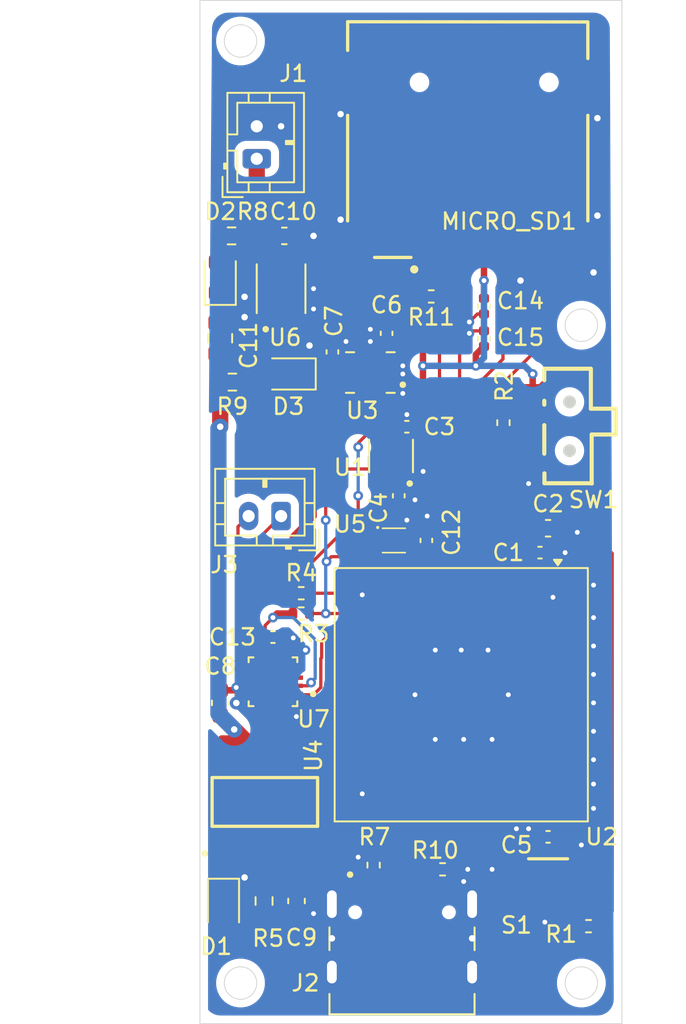
<source format=kicad_pcb>
(kicad_pcb (version 20241229) (generator "pcbnew") (generator_version "9.0")
  (layers (0 "F.Cu" signal) (2 "B.Cu" power) (13 "F.Paste" user) (15 "B.Paste" user) (5 "F.SilkS" user "F.Silkscreen") (7 "B.SilkS" user "B.Silkscreen") (1 "F.Mask" user) (3 "B.Mask" user) (25 "Edge.Cuts" user))
  (net 0 "")
  (net 1 "GND")
  (net 2 "+3.3V")
  (net 3 "/EN")
  (net 4 "Net-(J1-Pin_1)")
  (net 5 "Net-(D1-A)")
  (net 6 "Net-(D2-A)")
  (net 7 "Net-(D3-A)")
  (net 8 "/USB 5V")
  (net 9 "/D+")
  (net 10 "/D-")
  (net 13 "Net-(J2-CC1)")
  (net 14 "Net-(J2-CC2)")
  (net 15 "Net-(J3-Pin_2)")
  (net 16 "Net-(J3-Pin_1)")
  (net 17 "/MOSI")
  (net 20 "/SCK")
  (net 21 "/CD")
  (net 22 "/BOOT")
  (net 23 "Net-(SW1-B)")
  (net 27 "/IO14")
  (net 31 "/IO12")
  (net 43 "/IO13")
  (net 57 "/IO16")
  (net 58 "/IO15")
  (net 61 "/MISO")
  (footprint "Capacitor_SMD:C_0402_1005Metric" (layer "F.Cu") (at 153.75 65 180)
    (property "Reference" "C3")
    (property "Value" "100nF")
  )
  (footprint "Capacitor_SMD:C_0603_1608Metric" (layer "F.Cu") (at 162.45 71.25 180)
    (property "Reference" "C2")
    (property "Value" "10uF")
  )
  (footprint "Capacitor_SMD:C_0603_1608Metric" (layer "F.Cu") (at 142.25 82 90)
    (property "Reference" "C8")
    (property "Value" "10uF")
  )
  (footprint "Resistor_SMD:R_0402_1005Metric" (layer "F.Cu") (at 164.94 95.75)
    (property "Reference" "R1")
    (property "Value" "10k")
  )
  (footprint "2FOOTPRINTS:SHT4X" (layer "F.Cu") (at 152.95 72)
    (property "Reference" "U5")
    (property "Value" "SHT40-AD1B-R3")
  )
  (footprint "Capacitor_SMD:C_0603_1608Metric" (layer "F.Cu") (at 146.95 94.2 -90)
    (property "Reference" "C9")
    (property "Value" "10uF")
  )
  (footprint "LED_SMD:LED_0805_2012Metric" (layer "F.Cu") (at 142.45 94.5125 -90)
    (property "Reference" "D1")
    (property "Value" "LED")
  )
  (footprint "2FOOTPRINTS:XDCR_BMP280" (layer "F.Cu") (at 152.775 66.8 -90)
    (property "Reference" "U1")
    (property "Value" "BMP280")
  )
  (footprint "Resistor_SMD:R_0603_1608Metric" (layer "F.Cu") (at 142.95 53.25 180)
    (property "Reference" "R8")
    (property "Value" "220")
  )
  (footprint "RF_Module:ESP32-S2-MINI-1U" (layer "F.Cu") (at 157.1 81.5 -90)
    (property "Reference" "U2")
    (property "Value" "ESP32-S3-MINI-1U-N8")
  )
  (footprint "2FOOTPRINTS:XDCR_LSM6DSO32TR" (layer "F.Cu") (at 151.5 61.6625 180)
    (property "Reference" "U3")
    (property "Value" "LSM6DSO32TR")
  )
  (footprint "Capacitor_SMD:C_0402_1005Metric" (layer "F.Cu") (at 162.45 90.25)
    (property "Reference" "C5")
    (property "Value" "100nF")
  )
  (footprint "TYPE-C_16PIN_2MD__073_:SHOUHAN_TYPE-C_16PIN_2MD__073_" (layer "F.Cu") (at 153.45 97.5)
    (property "Reference" "J2")
    (property "Value" "C393939")
  )
  (footprint "Resistor_SMD:R_0402_1005Metric" (layer "F.Cu") (at 147.24 76.5)
    (property "Reference" "R3")
    (property "Value" "4k7")
  )
  (footprint "Capacitor_SMD:C_0402_1005Metric" (layer "F.Cu") (at 149.1625 60.3925 90)
    (property "Reference" "C7")
    (property "Value" "100nF")
  )
  (footprint "Capacitor_SMD:C_0402_1005Metric" (layer "F.Cu") (at 158.5 57.5762 90)
    (property "Reference" "C14")
    (property "Value" "100nF")
  )
  (footprint "Resistor_SMD:R_0402_1005Metric" (layer "F.Cu") (at 155.95 92.25)
    (property "Reference" "R10")
    (property "Value" "5k1")
  )
  (footprint "2FOOTPRINTS:TF-01A" (layer "F.Cu") (at 157.5 47.3262 180)
    (property "Reference" "MICRO_SD1")
    (property "Value" "C91145")
  )
  (footprint "Capacitor_SMD:C_0402_1005Metric" (layer "F.Cu") (at 158.5 59.5762 -90)
    (property "Reference" "C15")
    (property "Value" "1uF")
  )
  (footprint "2FOOTPRINTS:SW-SMD_SSSS810701" (layer "F.Cu") (at 161.770784 65.022284 90)
    (property "Reference" "SW1")
    (property "Value" "SSSS810701")
    (fp_poly (pts (xy -1.053422 1.94779) (xy -1.080448 1.846927) (xy -1.132659 1.756495) (xy -1.206495 1.682659) (xy -1.296927 1.630448) (xy -1.39779 1.603422) (xy -1.50221 1.603422) (xy -1.603073 1.630448) (xy -1.693505 1.682659) (xy -1.767341 1.756495) (xy -1.819552 1.846927) (xy -1.846578 1.94779) (xy -1.846578 2.05221) (xy -1.819552 2.153073) (xy -1.767341 2.243505) (xy -1.693505 2.317341) (xy -1.603073 2.369552) (xy -1.50221 2.396578) (xy -1.39779 2.396578) (xy -1.296927 2.369552) (xy -1.206495 2.317341) (xy -1.132659 2.243505) (xy -1.080448 2.153073) (xy -1.053422 2.05221)) (fill yes) (layer "Edge.Cuts"))
    (fp_poly (pts (xy 1.949078 1.95079) (xy 1.922052 1.849927) (xy 1.869841 1.759495) (xy 1.796005 1.685659) (xy 1.705573 1.633448) (xy 1.60471 1.606422) (xy 1.50029 1.606422) (xy 1.399427 1.633448) (xy 1.308995 1.685659) (xy 1.235159 1.759495) (xy 1.182948 1.849927) (xy 1.155922 1.95079) (xy 1.155922 2.05521) (xy 1.182948 2.156073) (xy 1.235159 2.246505) (xy 1.308995 2.320341) (xy 1.399427 2.372552) (xy 1.50029 2.399578) (xy 1.60471 2.399578) (xy 1.705573 2.372552) (xy 1.796005 2.320341) (xy 1.869841 2.246505) (xy 1.922052 2.156073) (xy 1.949078 2.05521)) (fill yes) (layer "Edge.Cuts"))
  )
  (footprint "2FOOTPRINTS:QFN50P300X300X80-17N" (layer "F.Cu") (at 145.5 80.7 180)
    (property "Reference" "U7")
    (property "Value" "MAX98357AETE_T")
  )
  (footprint "Resistor_SMD:R_0603_1608Metric" (layer "F.Cu") (at 143 62.25)
    (property "Reference" "R9")
    (property "Value" "220")
  )
  (footprint "2FOOTPRINTS:SOT230P700X180-4N" (layer "F.Cu") (at 145 88.1 90)
    (property "Reference" "U4")
    (property "Value" "LD1117S33TR")
  )
  (footprint "Resistor_SMD:R_0402_1005Metric" (layer "F.Cu") (at 159.7 64.75 -90)
    (property "Reference" "R2")
    (property "Value" "10k")
  )
  (footprint "Capacitor_SMD:C_0402_1005Metric" (layer "F.Cu") (at 145.5 77.95)
    (property "Reference" "C13")
    (property "Value" "100nF")
  )
  (footprint "Connector_JST:JST_PH_B2B-PH-K_1x02_P2.00mm_Vertical" (layer "F.Cu") (at 144.5 48.5 90)
    (property "Reference" "J1")
    (property "Value" "B2B-PH-K-S(LF)(SN)")
  )
  (footprint "Resistor_SMD:R_0402_1005Metric" (layer "F.Cu") (at 151.7 91.99 -90)
    (property "Reference" "R7")
    (property "Value" "5k1")
  )
  (footprint "Capacitor_SMD:C_0402_1005Metric" (layer "F.Cu") (at 153.25 69.25 -90)
    (property "Reference" "C4")
    (property "Value" "100nF")
  )
  (footprint "Resistor_SMD:R_0402_1005Metric" (layer "F.Cu") (at 155.25 56.9762)
    (property "Reference" "R11")
    (property "Value" "10k")
  )
  (footprint "LED_SMD:LED_0805_2012Metric" (layer "F.Cu") (at 146.45 61.75 180)
    (property "Reference" "D3")
    (property "Value" "LED")
  )
  (footprint "Resistor_SMD:R_0402_1005Metric" (layer "F.Cu") (at 147.24 75.25)
    (property "Reference" "R4")
    (property "Value" "4k7")
  )
  (footprint "Capacitor_SMD:C_0603_1608Metric" (layer "F.Cu") (at 146.2 53.25 180)
    (property "Reference" "C10")
    (property "Value" "10uF")
  )
  (footprint "Capacitor_SMD:C_0402_1005Metric" (layer "F.Cu") (at 154.95 72 90)
    (property "Reference" "C12")
    (property "Value" "100nF")
  )
  (footprint "Connector_JST:JST_PH_B2B-PH-K_1x02_P2.00mm_Vertical" (layer "F.Cu") (at 146 70.5 180)
    (property "Reference" "J3")
    (property "Value" "B2B-PH-K-S(LF)(SN)")
  )
  (footprint "Capacitor_SMD:C_0402_1005Metric" (layer "F.Cu") (at 152.5 59.25 90)
    (property "Reference" "C6")
    (property "Value" "100nF")
  )
  (footprint "Resistor_SMD:R_0603_1608Metric" (layer "F.Cu") (at 144.95 94.2 -90)
    (property "Reference" "R5")
    (property "Value" "330")
  )
  (footprint "Capacitor_SMD:C_0805_2012Metric" (layer "F.Cu") (at 142.25 59.55 -90)
    (property "Reference" "C11")
    (property "Value" "22uF")
  )
  (footprint "Capacitor_SMD:C_0402_1005Metric" (layer "F.Cu") (at 161.95 72.75 180)
    (property "Reference" "C1")
    (property "Value" "100nF")
  )
  (footprint "2FOOTPRINTS:SW_KMR221GLFS" (layer "F.Cu") (at 162.45 93 180)
    (property "Reference" "S1")
    (property "Value" "KMR221GLFS")
  )
  (footprint "LED_SMD:LED_0805_2012Metric" (layer "F.Cu") (at 142.25 55.8125 90)
    (property "Reference" "D2")
    (property "Value" "LED")
  )
  (footprint "2FOOTPRINTS:SON95P300X300X100-7N" (layer "F.Cu") (at 146 56.5 90)
    (property "Reference" "U6")
    (property "Value" "LD39200PU33R")
  )
  (gr_circle (center 143.5 41.25) (end 143.5 40.25) (stroke (width 0.05)) (fill no) (layer "Edge.Cuts"))
  (gr_circle (center 143.5 99.25) (end 143.5 98.25) (stroke (width 0.05)) (fill no) (layer "Edge.Cuts"))
  (gr_circle (center 164.5 58.75) (end 164.5 57.75) (stroke (width 0.05)) (fill no) (layer "Edge.Cuts"))
  (gr_circle (center 164.5 99.25) (end 164.5 98.25) (stroke (width 0.05)) (fill no) (layer "Edge.Cuts"))
  (gr_rect (start 141 38.75) (end 167 101.75) (stroke (width 0.05)) (fill no) (layer "Edge.Cuts"))
  (segment (start 160.5 89.75) (end 161.25 89.75) (width 0.25) (layer "F.Cu") (net 1))
  (segment (start 143.4 58.6) (end 143.75 58.25) (width 0.4) (layer "F.Cu") (net 1))
  (segment (start 162.45 95.3) (end 162.25 95.5) (width 0.25) (layer "F.Cu") (net 1))
  (segment (start 145.75 80.95) (end 145.5 80.7) (width 0.2) (layer "F.Cu") (net 1))
  (segment (start 151.73 58.77) (end 151.5 59) (width 0.2) (layer "F.Cu") (net 1))
  (segment (start 153.5 61.75) (end 153.5 61.825) (width 0.2) (layer "F.Cu") (net 1))
  (segment (start 149.1625 59.9125) (end 149.8375 59.9125) (width 0.2) (layer "F.Cu") (net 1))
  (segment (start 157.7538 59.0962) (end 157.6 59.25) (width 0.2) (layer "F.Cu") (net 1))
  (segment (start 159.05 92.2) (end 159 92.25) (width 0.2) (layer "F.Cu") (net 1))
  (segment (start 153.5 61.825) (end 153.4125 61.9125) (width 0.2) (layer "F.Cu") (net 1))
  (segment (start 149.6638 44.0262) (end 149.6638 45.75) (width 1) (layer "F.Cu") (net 1))
  (segment (start 162.2 72.98) (end 162.43 72.75) (width 0.2) (layer "F.Cu") (net 1))
  (segment (start 151 60.75) (end 151 60) (width 0.2) (layer "F.Cu") (net 1))
  (segment (start 147.8375 59.9125) (end 147.75 60) (width 0.2) (layer "F.Cu") (net 1))
  (segment (start 165.4886 44.0262) (end 165.4886 46) (width 1) (layer "F.Cu") (net 1))
  (segment (start 159 84.25) (end 158.75 84) (width 0.4) (layer "F.Cu") (net 1))
  (segment (start 157.25 93) (end 157.25 92.5) (width 0.2) (layer "F.Cu") (net 1))
  (segment (start 143.5 56.75) (end 143.75 57) (width 0.4) (layer "F.Cu") (net 1))
  (segment (start 160.7702 54.5) (end 160.7702 55.9798) (width 0.2) (layer "F.Cu") (net 1))
  (segment (start 161.35 88.5) (end 161.35 89.65) (width 0.2) (layer "F.Cu") (net 1))
  (segment (start 164.0702 54.5) (end 164.25 54.5) (width 0.4) (layer "F.Cu") (net 1))
  (segment (start 160.5 88.5) (end 160.5 89.75) (width 0.25) (layer "F.Cu") (net 1))
  (segment (start 155.45 78.8) (end 155.5 78.75) (width 0.4) (layer "F.Cu") (net 1))
  (segment (start 151.7 91.48) (end 150.77 91.48) (width 0.2) (layer "F.Cu") (net 1))
  (segment (start 156.65 93.83) (end 156.65 93.6) (width 0.2) (layer "F.Cu") (net 1))
  (segment (start 153.65 71.6) (end 153.65 70.85) (width 0.2) (layer "F.Cu") (net 1))
  (segment (start 158.75 83.15) (end 155.45 83.15) (width 0.4) (layer "F.Cu") (net 1))
  (segment (start 146.03 78) (end 145.98 77.95) (width 0.2) (layer "F.Cu") (net 1))
  (segment (start 145.75 82.135) (end 145.75 82.596842) (width 0.2) (layer "F.Cu") (net 1))
  (segment (start 146.95 94.975) (end 148 94.975) (width 0.4) (layer "F.Cu") (net 1))
  (segment (start 150.1 74.5) (end 150.149998 74.5) (width 0.2) (layer "F.Cu") (net 1))
  (segment (start 158.5 58.0562) (end 158.093065 58.0562) (width 0.2) (layer "F.Cu") (net 1))
  (segment (start 162.43 72.75) (end 163.5 72.75) (width 0.2) (layer "F.Cu") (net 1))
  (segment (start 154.95 70.55) (end 155 70.5) (width 0.2) (layer "F.Cu") (net 1))
  (segment (start 149.6638 52.25) (end 149.6638 52.9512) (width 1) (layer "F.Cu") (net 1))
  (segment (start 155.45 79.85) (end 155.45 78.8) (width 0.4) (layer "F.Cu") (net 1))
  (segment (start 161.35 88.5) (end 161.35 88.3) (width 0.2) (layer "F.Cu") (net 1))
  (segment (start 158.093065 58.0562) (end 157.6 58.549265) (width 0.2) (layer "F.Cu") (net 1))
  (segment (start 154.75 70.25) (end 154.25 70.25) (width 0.2) (layer "F.Cu") (net 1))
  (segment (start 161.35 89.65) (end 161.25 89.75) (width 0.2) (layer "F.Cu") (net 1))
  (segment (start 154.25 70.25) (end 153.75 70.75) (width 0.2) (layer "F.Cu") (net 1))
  (segment (start 165.4886 46) (end 165.4886 52) (width 1) (layer "F.Cu") (net 1))
  (segment (start 157.25 93) (end 157.25 93.875) (width 0.2) (layer "F.Cu") (net 1))
  (segment (start 146.935 79.315) (end 147.5 78.75) (width 0.2) (layer "F.Cu") (net 1))
  (segment (start 164.1 74.5) (end 163.05 74.5) (width 0.2) (layer "F.Cu") (net 1))
  (segment (start 163.225 71.25) (end 163.225 72.475) (width 0.2) (layer "F.Cu") (net 1))
  (segment (start 149.8375 59.9125) (end 150 59.75) (width 0.2) (layer "F.Cu") (net 1))
  (segment (start 153.4125 61.9125) (end 152.6625 61.9125) (width 0.2) (layer "F.Cu") (net 1))
  (segment (start 153.25 69.73) (end 154.02 69.73) (width 0.2) (layer "F.Cu") (net 1))
  (segment (start 142.25 81.225) (end 143.061432 81.225) (width 0.4) (layer "F.Cu") (net 1))
  (segment (start 144.5 46.5) (end 146 46.5) (width 1) (layer "F.Cu") (net 1))
  (segment (start 155.45 83.15) (end 155.45 79.85) (width 0.4) (layer "F.Cu") (net 1))
  (segment (start 146.75 46.5) (end 148.9138 46.5) (width 1) (layer "F.Cu") (net 1))
  (segment (start 162.2 75.3) (end 162.2 74.5) (width 0.2) (layer "F.Cu") (net 1))
  (segment (start 161.75 90.25) (end 161.25 89.75) (width 0.25) (layer "F.Cu") (net 1))
  (segment (start 158.75 81.5) (end 160 81.5) (width 0.4) (layer "F.Cu") (net 1))
  (segment (start 153.1 65.17) (end 153.27 65) (width 0.2) (layer "F.Cu") (net 1))
  (segment (start 160.35 92.25) (end 160.4 92.2) (width 0.2) (layer "F.Cu") (net 1))
  (segment (start 144.065 80.95) (end 143.336432 80.95) (width 0.2) (layer "F.Cu") (net 1))
  (segment (start 143.236433 82.005891) (end 143.240268 82.009726) (width 0.2) (layer "F.Cu") (net 1))
  (segment (start 163.225 72.475) (end 163.5 72.75) (width 0.2) (layer "F.Cu") (net 1))
  (segment (start 154.95 71.52) (end 154.95 70.55) (width 0.2) (layer "F.Cu") (net 1))
  (segment (start 153.3375 61.4125) (end 153.5 61.25) (width 0.2) (layer "F.Cu") (net 1))
  (segment (start 164.5 92.2) (end 164.5 90.75) (width 0.25) (layer "F.Cu") (net 1))
  (segment (start 164.7148 54.5) (end 165.4886 53.7262) (width 0.4) (layer "F.Cu") (net 1))
  (segment (start 155 70.5) (end 154.75 70.25) (width 0.2) (layer "F.Cu") (net 1))
  (segment (start 155.45 81.5) (end 154.25 81.5) (width 0.4) (layer "F.Cu") (net 1))
  (segment (start 146.935 79.95) (end 146.935 80.45) (width 0.2) (layer "F.Cu") (net 1))
  (segment (start 147.3875 60.3625) (end 147.75 60) (width 0.4) (layer "F.Cu") (net 1))
  (segment (start 156.46 93.64) (end 156.65 93.83) (width 0.2) (layer "F.Cu") (net 1))
  (segment (start 153.1 66) (end 153.1 65.17) (width 0.2) (layer "F.Cu") (net 1))
  (segment (start 151.5 59) (end 151.5 59.75) (width 0.2) (layer "F.Cu") (net 1))
  (segment (start 151.5 60.75) (end 151.5 59.75) (width 0.2) (layer "F.Cu") (net 1))
  (segment (start 149.13 94.395) (end 149.13 96.5) (width 1) (layer "F.Cu") (net 1))
  (segment (start 150.77 91.48) (end 150.75 91.5) (width 0.2) (layer "F.Cu") (net 1))
  (segment (start 151 60.25) (end 151.5 59.75) (width 0.2) (layer "F.Cu") (net 1))
  (segment (start 150.149998 74.5) (end 151 75.350002) (width 0.2) (layer "F.Cu") (net 1))
  (segment (start 149.6638 45.75) (end 149.6638 52.25) (width 1) (layer "F.Cu") (net 1))
  (segment (start 152.6625 61.4125) (end 153.3375 61.4125) (width 0.2) (layer "F.Cu") (net 1))
  (segment (start 163.05 75.2) (end 162.75 75.5) (width 0.2) (layer "F.Cu") (net 1))
  (segment (start 146 56.5) (end 148 56.5) (width 0.2) (layer "F.Cu") (net 1))
  (segment (start 155.45 84.2) (end 155.5 84.25) (width 0.4) (layer "F.Cu") (net 1))
  (segment (start 150.1 88.499998) (end 151 87.599998) (width 0.2) (layer "F.Cu") (net 1))
  (segment (start 148 53.25) (end 148.6638 53.25) (width 1) (layer "F.Cu") (net 1))
  (segment (start 146.009158 82.856) (end 146.92967 82.856) (width 0.2) (layer "F.Cu") (net 1))
  (segment (start 162.45 94.425) (end 162.45 95.3) (width 0.25) (layer "F.Cu") (net 1))
  (segment (start 158.75 79.85) (end 158.75 83.15) (width 0.4) (layer "F.Cu") (net 1))
  (segment (start 148.6638 53.25) (end 149.6638 52.25) (width 1) (layer "F.Cu") (net 1))
  (segment (start 153.5 62.95) (end 153.5 62.75) (width 0.2) (layer "F.Cu") (net 1))
  (segment (start 156.65 93.83) (end 157.205 93.83) (width 0.2) (layer "F.Cu") (net 1))
  (segment (start 145.75 82.596842) (end 146.009158 82.856) (width 0.2) (layer "F.Cu") (net 1))
  (segment (start 162.4 75.5) (end 162.2 75.3) (width 0.2) (layer "F.Cu") (net 1))
  (segment (start 142.925 93.575) (end 142.45 93.575) (width 0.4) (layer "F.Cu") (net 1))
  (segment (start 146.935 79.95) (end 146.935 79.315) (width 0.2) (layer "F.Cu") (net 1))
  (segment (start 151 60.75) (end 151 60.25) (width 0.2) (layer "F.Cu") (net 1))
  (segment (start 164.25 54.5) (end 165.25 55.5) (width 0.4) (layer "F.Cu") (net 1))
  (segment (start 157.25 93.875) (end 157.77 94.395) (width 0.2) (layer "F.Cu") (net 1))
  (segment (start 155.45 79.85) (end 158.75 79.85) (width 0.4) (layer "F.Cu") (net 1))
  (segment (start 157.25 92.5) (end 157.5 92.25) (width 0.2) (layer "F.Cu") (net 1))
  (segment (start 145.25 80.95) (end 144.065 80.95) (width 0.2) (layer "F.Cu") (net 1))
  (segment (start 149.13 96.5) (end 149.13 98.575) (width 1) (layer "F.Cu") (net 1))
  (segment (start 162.2 74.5) (end 163.05 74.5) (width 0.2) (layer "F.Cu") (net 1))
  (segment (start 150.1 88.5) (end 150.1 88.499998) (width 0.2) (layer "F.Cu") (net 1))
  (segment (start 143.236433 81.049999) (end 143.236433 82.005891) (width 0.2) (layer "F.Cu") (net 1))
  (segment (start 157.205 93.83) (end 157.77 94.395) (width 0.2) (layer "F.Cu") (net 1))
  (segment (start 149.695 93.83) (end 149.13 94.395) (width 0.4) (layer "F.Cu") (net 1))
  (segment (start 143.75 92.75) (end 142.7 91.7) (width 0.4) (layer "F.Cu") (net 1))
  (segment (start 158.5 59.0962) (end 157.7538 59.0962) (width 0.2) (layer "F.Cu") (net 1))
  (segment (start 149.1625 59.9125) (end 147.8375 59.9125) (width 0.2) (layer "F.Cu") (net 1))
  (segment (start 160.7702 55.9798) (end 160.75 56) (width 0.2) (layer "F.Cu") (net 1))
  (segment (start 161.97 90.25) (end 161.75 90.25) (width 0.25) (layer "F.Cu") (net 1))
  (segment (start 164.0702 54.5) (end 164.7148 54.5) (width 0.4) (layer "F.Cu") (net 1))
  (segment (start 163.225 71.25) (end 164 71.25) (width 0.2) (layer "F.Cu") (net 1))
  (segment (start 157.1 83.15) (end 157.1 84.1) (width 0.4) (layer "F.Cu") (net 1))
  (segment (start 161.770784 67.272284) (end 161.770784 67.979216) (width 0.2) (layer "F.Cu") (net 1))
  (segment (start 164 71.25) (end 164.25 71.5) (width 0.2) (layer "F.Cu") (net 1))
  (segment (start 148.55 94.975) (end 149.13 94.395) (width 0.4) (layer "F.Cu") (net 1))
  (segment (start 142.7 91.7) (end 142.7 91) (width 0.4) (layer "F.Cu") (net 1))
  (segment (start 154.95 71.52) (end 153.73 71.52) (width 0.2) (layer "F.Cu") (net 1))
  (segment (start 161.770784 67.979216) (end 161.25 68.5) (width 0.2) (layer "F.Cu") (net 1))
  (segment (start 142.25 58.6) (end 143.4 58.6) (width 0.4) (layer "F.Cu") (net 1))
  (segment (start 146.7 77.95) (end 147.5 78.75) (width 0.2) (layer "F.Cu") (net 1))
  (segment (start 158.75 84) (end 158.75 83.15) (width 0.4) (layer "F.Cu") (net 1))
  (segment (start 165.4886 52) (end 165.4886 53.7262) (width 1) (layer "F.Cu") (net 1))
  (segment (start 147.815 57.935) (end 148 57.75) (width 0.2) (layer "F.Cu") (net 1))
  (segment (start 146 46.5) (end 146.75 46.5) (width 1) (layer "F.Cu") (net 1))
  (segment (start 150 59.75) (end 150.75 59.75) (width 0.2) (layer "F.Cu") (net 1))
  (segment (start 150.25 93.83) (end 149.695 93.83) (width 0.4) (layer "F.Cu") (net 1))
  (segment (start 145.75 80.45) (end 146.935 80.45) (width 0.2) (layer "F.Cu") (net 1))
  (segment (start 154.6 67.6) (end 154.75 67.75) (width 0.2) (layer "F.Cu") (net 1))
  (segment (start 162.75 75.5) (end 162.4 75.5) (width 0.2) (layer "F.Cu") (net 1))
  (segment (start 157.1 84.1) (end 157.25 84.25) (width 0.4) (layer "F.Cu") (net 1))
  (segment (start 146.95 57.935) (end 147.815 57.935) (width 0.2) (layer "F.Cu") (net 1))
  (segment (start 143.75 58.25) (end 143.75 57) (width 0.4) (layer "F.Cu") (net 1))
  (segment (start 148 94.975) (end 148.55 94.975) (width 0.4) (layer "F.Cu") (net 1))
  (segment (start 145.5 80.7) (end 145.75 80.45) (width 0.2) (layer "F.Cu") (net 1))
  (segment (start 142.25 56.75) (end 143.5 56.75) (width 0.4) (layer "F.Cu") (net 1))
  (segment (start 149.6638 52.9512) (end 150.4388 53.7262) (width 1) (layer "F.Cu") (net 1))
  (segment (start 157.77 94.395) (end 157.77 96.5) (width 1) (layer "F.Cu") (net 1))
  (segment (start 153.75 64.25) (end 153.27 64.73) (width 0.2) (layer "F.Cu") (net 1))
  (segment (start 162.2 74.5) (end 162.2 72.98) (width 0.2) (layer "F.Cu") (net 1))
  (segment (start 157.1 79.85) (end 157.1 83.15) (width 0.4) (layer "F.Cu") (net 1))
  (segment (start 151 60) (end 150.75 59.75) (width 0.2) (layer "F.Cu") (net 1))
  (segment (start 145.75 82.135) (end 145.75 80.95) (width 0.2) (layer "F.Cu") (net 1))
  (segment (start 163.05 74.5) (end 163.05 75.2) (width 0.2) (layer "F.Cu") (net 1))
  (segment (start 153.75 67.6) (end 154.6 67.6) (width 0.2) (layer "F.Cu") (net 1))
  (segment (start 152.5 58.77) (end 151.73 58.77) (width 0.2) (layer "F.Cu") (net 1))
  (segment (start 153.27 64.73) (end 153.27 65) (width 0.2) (layer "F.Cu") (net 1))
  (segment (start 157.77 96.5) (end 157.77 98.575) (width 1) (layer "F.Cu") (net 1))
  (segment (start 153.5 62.75) (end 153.1625 62.4125) (width 0.2) (layer "F.Cu") (net 1))
  (segment (start 143.75 92.75) (end 142.925 93.575) (width 0.4) (layer "F.Cu") (net 1))
  (segment (start 147.3875 61.75) (end 147.3875 60.3625) (width 0.4) (layer "F.Cu") (net 1))
  (segment (start 155.45 81.5) (end 158.75 81.5) (width 0.4) (layer "F.Cu") (net 1))
  (segment (start 160.4 92.2) (end 159.05 92.2) (width 0.2) (layer "F.Cu") (net 1))
  (segment (start 143.336432 80.95) (end 143.236433 81.049999) (width 0.2) (layer "F.Cu") (net 1))
  (segment (start 154.02 69.73) (end 154.25 69.5) (width 0.2) (layer "F.Cu") (net 1))
  (segment (start 153.1625 62.4125) (end 152.6625 62.4125) (width 0.2) (layer "F.Cu") (net 1))
  (segment (start 143.061432 81.225) (end 143.236433 81.049999) (width 0.4) (layer "F.Cu") (net 1))
  (segment (start 156.46 92.25) (end 157.5 92.25) (width 0.2) (layer "F.Cu") (net 1))
  (segment (start 155.45 83.15) (end 155.45 84.2) (width 0.4) (layer "F.Cu") (net 1))
  (segment (start 151.5 59.75) (end 150.75 59.75) (width 0.2) (layer "F.Cu") (net 1))
  (segment (start 145.98 77.95) (end 146.7 77.95) (width 0.2) (layer "F.Cu") (net 1))
  (segment (start 146.975 53.25) (end 148 53.25) (width 1) (layer "F.Cu") (net 1))
  (segment (start 156.65 93.6) (end 157.25 93) (width 0.2) (layer "F.Cu") (net 1))
  (segment (start 153.65 70.85) (end 153.75 70.75) (width 0.2) (layer "F.Cu") (net 1))
  (segment (start 145.5 80.7) (end 145.25 80.95) (width 0.2) (layer "F.Cu") (net 1))
  (segment (start 146.92967 82.856) (end 146.942835 82.842835) (width 0.2) (layer "F.Cu") (net 1))
  (segment (start 158.75 79.85) (end 158.75 78.75) (width 0.4) (layer "F.Cu") (net 1))
  (segment (start 148.9138 46.5) (end 149.6638 45.75) (width 1) (layer "F.Cu") (net 1))
  (segment (start 153.73 71.52) (end 153.65 71.6) (width 0.2) (layer "F.Cu") (net 1))
  (segment (start 157.1 78.75) (end 157.1 79.85) (width 0.4) (layer "F.Cu") (net 1))
  (segment (start 153.5 62.95) (end 153.5 61.25) (width 0.2) (layer "F.Cu") (net 1))
  (segment (start 157.6 59.25) (end 157.6 58.549265) (width 0.2) (layer "F.Cu") (net 1))
  (via (at 161.25 68.5) (size 0.6) (drill 0.3) (layers "F.Cu" "B.Cu") (net 1))
  (via (at 143.75 58.25) (size 0.8) (drill 0.4) (layers "F.Cu" "B.Cu") (net 1))
  (via (at 143.236433 81.049999) (size 0.6) (drill 0.3) (layers "F.Cu" "B.Cu") (net 1))
  (via (at 165.25 76.75) (size 0.6) (drill 0.3) (layers "F.Cu" "B.Cu") (net 1))
  (via (at 159 92.25) (size 0.6) (drill 0.3) (layers "F.Cu" "B.Cu") (net 1))
  (via (at 148 94.975) (size 0.6) (drill 0.3) (layers "F.Cu" "B.Cu") (net 1))
  (via (at 153.5 61.25) (size 0.6) (drill 0.3) (layers "F.Cu" "B.Cu") (net 1))
  (via (at 160.75 56) (size 0.8) (drill 0.4) (layers "F.Cu" "B.Cu") (net 1))
  (via (at 150.75 91.5) (size 0.6) (drill 0.3) (layers "F.Cu" "B.Cu") (net 1))
  (via (at 165.4886 52) (size 0.8) (drill 0.4) (layers "F.Cu" "B.Cu") (net 1))
  (via (at 160 81.5) (size 0.6) (drill 0.3) (layers "F.Cu" "B.Cu") (net 1))
  (via (at 143.75 57) (size 0.8) (drill 0.4) (layers "F.Cu" "B.Cu") (net 1))
  (via (at 155 70.5) (size 0.6) (drill 0.3) (layers "F.Cu" "B.Cu") (net 1))
  (via (at 150 59.75) (size 0.6) (drill 0.3) (layers "F.Cu" "B.Cu") (net 1))
  (via (at 149.13 96.5) (size 0.8) (drill 0.4) (layers "F.Cu" "B.Cu") (net 1))
  (via (at 151 75.350002) (size 0.6) (drill 0.3) (layers "F.Cu" "B.Cu") (net 1))
  (via (at 154.25 69.5) (size 0.6) (drill 0.3) (layers "F.Cu" "B.Cu") (net 1))
  (via (at 158.75 78.75) (size 0.6) (drill 0.3) (layers "F.Cu" "B.Cu") (net 1))
  (via (at 146.942835 82.842835) (size 0.6) (drill 0.3) (layers "F.Cu" "B.Cu") (net 1))
  (via (at 148 53.25) (size 0.8) (drill 0.4) (layers "F.Cu" "B.Cu") (net 1))
  (via (at 157.5 92.25) (size 0.6) (drill 0.3) (layers "F.Cu" "B.Cu") (net 1))
  (via (at 148 57.75) (size 0.6) (drill 0.3) (layers "F.Cu" "B.Cu") (net 1))
  (via (at 143.75 92.75) (size 0.8) (drill 0.4) (layers "F.Cu" "B.Cu") (net 1))
  (via (at 164.25 71.5) (size 0.6) (drill 0.3) (layers "F.Cu" "B.Cu") (net 1))
  (via (at 165.25 55.5) (size 0.8) (drill 0.4) (layers "F.Cu" "B.Cu") (net 1))
  (via (at 155.5 84.25) (size 0.6) (drill 0.3) (layers "F.Cu" "B.Cu") (net 1))
  (via (at 165.25 78.5) (size 0.6) (drill 0.3) (layers "F.Cu" "B.Cu") (net 1))
  (via (at 157.6 58.549265) (size 0.6) (drill 0.3) (layers "F.Cu" "B.Cu") (net 1))
  (via (at 153.75 70.75) (size 0.6) (drill 0.3) (layers "F.Cu" "B.Cu") (net 1))
  (via (at 165.25 80.25) (size 0.6) (drill 0.3) (layers "F.Cu" "B.Cu") (net 1))
  (via (at 165.25 82) (size 0.6) (drill 0.3) (layers "F.Cu" "B.Cu") (net 1))
  (via (at 154.25 81.5) (size 0.6) (drill 0.3) (layers "F.Cu" "B.Cu") (net 1))
  (via (at 149.6638 45.75) (size 0.8) (drill 0.4) (layers "F.Cu" "B.Cu") (net 1))
  (via (at 153.75 64.25) (size 0.6) (drill 0.3) (layers "F.Cu" "B.Cu") (net 1))
  (via (at 157.25 84.25) (size 0.6) (drill 0.3) (layers "F.Cu" "B.Cu") (net 1))
  (via (at 147.5 78.75) (size 0.6) (drill 0.3) (layers "F.Cu" "B.Cu") (net 1))
  (via (at 165.25 87) (size 0.6) (drill 0.3) (layers "F.Cu" "B.Cu") (net 1))
  (via (at 148 56.5) (size 0.6) (drill 0.3) (layers "F.Cu" "B.Cu") (net 1))
  (via (at 157.25 93) (size 0.6) (drill 0.3) (layers "F.Cu" "B.Cu") (net 1))
  (via (at 157.6 59.25) (size 0.6) (drill 0.3) (layers "F.Cu" "B.Cu") (net 1))
  (via (at 165.25 74.75) (size 0.6) (drill 0.3) (layers "F.Cu" "B.Cu") (net 1))
  (via (at 157.1 78.75) (size 0.6) (drill 0.3) (layers "F.Cu" "B.Cu") (net 1))
  (via (at 165.25 85.5) (size 0.6) (drill 0.3) (layers "F.Cu" "B.Cu") (net 1))
  (via (at 157.77 96.5) (size 0.8) (drill 0.4) (layers "F.Cu" "B.Cu") (net 1))
  (via (at 161.25 89.75) (size 0.6) (drill 0.3) (layers "F.Cu" "B.Cu") (net 1))
  (via (at 159 84.25) (size 0.6) (drill 0.3) (layers "F.Cu" "B.Cu") (net 1))
  (via (at 151 87.599998) (size 0.6) (drill 0.3) (layers "F.Cu" "B.Cu") (net 1))
  (via (at 154.75 67.75) (size 0.6) (drill 0.3) (layers "F.Cu" "B.Cu") (net 1))
  (via (at 147.75 60) (size 0.8) (drill 0.4) (layers "F.Cu" "B.Cu") (net 1))
  (via (at 164.5 90.75) (size 0.6) (drill 0.3) (layers "F.Cu" "B.Cu") (net 1))
  (via (at 153.5 62.95) (size 0.6) (drill 0.3) (layers "F.Cu" "B.Cu") (net 1))
  (via (at 162.25 95.5) (size 0.6) (drill 0.3) (layers "F.Cu" "B.Cu") (net 1))
  (via (at 165.4886 46) (size 0.8) (drill 0.4) (layers "F.Cu" "B.Cu") (net 1))
  (via (at 163.5 72.75) (size 0.6) (drill 0.3) (layers "F.Cu" "B.Cu") (net 1))
  (via (at 165.25 88.5) (size 0.6) (drill 0.3) (layers "F.Cu" "B.Cu") (net 1))
  (via (at 160.5 89.75) (size 0.6) (drill 0.3) (layers "F.Cu" "B.Cu") (net 1))
  (via (at 143.240268 82.009726) (size 0.8) (drill 0.4) (layers "F.Cu" "B.Cu") (net 1))
  (via (at 151.5 59) (size 0.6) (drill 0.3) (layers "F.Cu" "B.Cu") (net 1))
  (via (at 146.75 78) (size 0.6) (drill 0.3) (layers "F.Cu" "B.Cu") (net 1))
  (via (at 165.25 83.75) (size 0.6) (drill 0.3) (layers "F.Cu" "B.Cu") (net 1))
  (via (at 162.75 75.5) (size 0.6) (drill 0.3) (layers "F.Cu" "B.Cu") (net 1))
  (via (at 146 46.5) (size 0.8) (drill 0.4) (layers "F.Cu" "B.Cu") (net 1))
  (via (at 149.6638 52.25) (size 0.8) (drill 0.4) (layers "F.Cu" "B.Cu") (net 1))
  (via (at 151.5 59.75) (size 0.6) (drill 0.3) (layers "F.Cu" "B.Cu") (net 1))
  (via (at 153.5 61.75) (size 0.6) (drill 0.3) (layers "F.Cu" "B.Cu") (net 1))
  (via (at 155.5 78.75) (size 0.6) (drill 0.3) (layers "F.Cu" "B.Cu") (net 1))
  (segment (start 146.73 76.5) (end 145.75 76.5) (width 0.4) (layer "F.Cu") (net 2))
  (segment (start 154.23 65) (end 154.73 64.5) (width 0.4) (layer "F.Cu") (net 2))
  (segment (start 161.5 62.5015) (end 161.770784 62.772284) (width 0.4) (layer "F.Cu") (net 2))
  (segment (start 151 62.575) (end 151 62.8145) (width 0.2) (layer "F.Cu") (net 2))
  (segment (start 154 56.9762) (end 154.74 56.9762) (width 0.8) (layer "F.Cu") (net 2))
  (segment (start 149.2025 60.9125) (end 149.1625 60.8725) (width 0.2) (layer "F.Cu") (net 2))
  (segment (start 146.73 75.25) (end 146.73 71.77) (width 0.4) (layer "F.Cu") (net 2))
  (segment (start 145.05 57.935) (end 146 57.935) (width 0.8) (layer "F.Cu") (net 2))
  (segment (start 163.599943 70) (end 161.5 70) (width 0.2) (layer "F.Cu") (net 2))
  (segment (start 149.749 62.8885) (end 149.55525 62.69475) (width 0.2) (layer "F.Cu") (net 2))
  (segment (start 152 60.75) (end 152 60.23) (width 0.2) (layer "F.Cu") (net 2))
  (segment (start 165.424971 71.825029) (end 166.399 72.799058) (width 0.2) (layer "F.Cu") (net 2))
  (segment (start 142.175 60.575) (end 142.25 60.5) (width 0.8) (layer "F.Cu") (net 2))
  (segment (start 145.25 79.265) (end 145.25 78.18) (width 0.2) (layer "F.Cu") (net 2))
  (segment (start 153.75 66) (end 154.23 65.52) (width 0.4) (layer "F.Cu") (net 2))
  (segment (start 150.3375 60.9125) (end 149.2025 60.9125) (width 0.2) (layer "F.Cu") (net 2))
  (segment (start 153.1 67.6) (end 153.1 68.62) (width 0.2) (layer "F.Cu") (net 2))
  (segment (start 158.5 54.5702) (end 158.5702 54.5) (width 0.4) (layer "F.Cu") (net 2))
  (segment (start 166.399 94.801) (end 165.45 95.75) (width 0.2) (layer "F.Cu") (net 2))
  (segment (start 154.87 72.4) (end 154.95 72.48) (width 0.2) (layer "F.Cu") (net 2))
  (segment (start 161.675 72.545) (end 161.47 72.75) (width 0.2) (layer "F.Cu") (net 2))
  (segment (start 155.68 71.75) (end 155.68 69.402) (width 0.2) (layer "F.Cu") (net 2))
  (segment (start 151 62.8145) (end 150.926 62.8885) (width 0.2) (layer "F.Cu") (net 2))
  (segment (start 154.23 65.52) (end 154.23 65) (width 0.4) (layer "F.Cu") (net 2))
  (segment (start 165.75 61.75) (end 165.75 70.25) (width 0.4) (layer "F.Cu") (net 2))
  (segment (start 150.926 62.8885) (end 149.749 62.8885) (width 0.2) (layer "F.Cu") (net 2))
  (segment (start 158 61.25) (end 158 60.5562) (width 0.4) (layer "F.Cu") (net 2))
  (segment (start 145.02 77.23) (end 145.5 76.75) (width 0.2) (layer "F.Cu") (net 2))
  (segment (start 146.73 71.77) (end 148 70.5) (width 0.4) (layer "F.Cu") (net 2))
  (segment (start 152.45 63.950057) (end 152.900057 63.5) (width 0.2) (layer "F.Cu") (net 2))
  (segment (start 161.47 72.75) (end 161.47 74.38) (width 0.2) (layer "F.Cu") (net 2))
  (segment (start 148 70.5) (end 148 63.226) (width 0.4) (layer "F.Cu") (net 2))
  (segment (start 142.25 60.5) (end 142.975 60.5) (width 0.8) (layer "F.Cu") (net 2))
  (segment (start 152.900057 63.5) (end 154.74 63.5) (width 0.2) (layer "F.Cu") (net 2))
  (segment (start 145.25 78.18) (end 145.02 77.95) (width 0.2) (layer "F.Cu") (net 2))
  (segment (start 145.02 77.95) (end 145.02 77.23) (width 0.2) (layer "F.Cu") (net 2))
  (segment (start 149.55525 62.69475) (end 149.1625 62.302) (width 0.2) (layer "F.Cu") (net 2))
  (segment (start 148 63.226) (end 147.9 63.126) (width 0.4) (layer "F.Cu") (net 2))
  (segment (start 146 57.935) (end 146 58.5) (width 0.8) (layer "F.Cu") (net 2))
  (segment (start 161.675 71.25) (end 161.675 72.545) (width 0.2) (layer "F.Cu") (net 2))
  (segment (start 142.8625 83.3875) (end 143.1125 83.6375) (width 1) (layer "F.Cu") (net 2))
  (segment (start 147.9 63.126) (end 143.051 63.126) (width 0.4) (layer "F.Cu") (net 2))
  (segment (start 161.47 74.38) (end 161.35 74.5) (width 0.2) (layer "F.Cu") (net 2))
  (segment (start 143.051 63.126) (end 142.175 62.25) (width 0.4) (layer "F.Cu") (net 2))
  (segment (start 146.935 80.95) (end 147.648 80.95) (width 0.2) (layer "F.Cu") (net 2))
  (segment (start 145.05 58.425) (end 145.05 57.935) (width 0.8) (layer "F.Cu") (net 2))
  (segment (start 148.3385 63.126) (end 149.1625 62.302) (width 0.4) (layer "F.Cu") (net 2))
  (segment (start 147.648 80.95) (end 147.848 80.75) (width 0.2) (layer "F.Cu") (net 2))
  (segment (start 149.1625 62.302) (end 149.1625 60.8725) (width 0.2) (layer "F.Cu") (net 2))
  (segment (start 144.75 78.22) (end 145.02 77.95) (width 0.2) (layer "F.Cu") (net 2))
  (segment (start 161.5 71.075) (end 161.675 71.25) (width 0.2) (layer "F.Cu") (net 2))
  (segment (start 158 60.5562) (end 158.5 60.0562) (width 0.4) (layer "F.Cu") (net 2))
  (segment (start 162.793068 61.75) (end 165.75 61.75) (width 0.4) (layer "F.Cu") (net 2))
  (segment (start 155.5 68.75) (end 155.5 65.25) (width 0.2) (layer "F.Cu") (net 2))
  (segment (start 142.975 60.5) (end 145.05 58.425) (width 0.8) (layer "F.Cu") (net 2))
  (segment (start 146 58.5) (end 146.499 58.999) (width 0.8) (layer "F.Cu") (net 2))
  (segment (start 155.5 65.25) (end 154.75 64.5) (width 0.2) (layer "F.Cu") (net 2))
  (segment (start 165.75 70.25) (end 164.870682 71.129318) (width 0.4) (layer "F.Cu") (net 2))
  (segment (start 142.25 65) (end 142.25 62.325) (width 1) (layer "F.Cu") (net 2))
  (segment (start 152 60.23) (end 152.5 59.73) (width 0.2) (layer "F.Cu") (net 2))
  (segment (start 153.25 68.77) (end 155.48 68.77) (width 0.2) (layer "F.Cu") (net 2))
  (segment (start 154.74 64.49) (end 154.74 61.25) (width 0.4) (layer "F.Cu") (net 2))
  (segment (start 154.73 64.5) (end 154.75 64.5) (width 0.4) (layer "F.Cu") (net 2))
  (segment (start 145 85.2) (end 144.675 85.2) (width 1) (layer "F.Cu") (net 2))
  (segment (start 155.48 68.77) (end 155.5 68.75) (width 0.2) (layer "F.Cu") (net 2))
  (segment (start 149.476793 58.999) (end 151.499593 56.9762) (width 0.8) (layer "F.Cu") (net 2))
  (segment (start 154.75 64.5) (end 154.74 64.49) (width 0.4) (layer "F.Cu") (net 2))
  (segment (start 155.5 69.222) (end 155.5 68.75) (width 0.2) (layer "F.Cu") (net 2))
  (segment (start 142.25 62.325) (end 142.175 62.25) (width 1) (layer "F.Cu") (net 2))
  (segment (start 154.74 61.25) (end 154.74 59.75) (width 0.4) (layer "F.Cu") (net 2))
  (segment (start 145 91) (end 145 85.2) (width 1) (layer "F.Cu") (net 2))
  (segment (start 146.499 58.999) (end 149 58.999) (width 0.8) (layer "F.Cu") (net 2))
  (segment (start 154.95 72.48) (end 155.68 71.75) (width 0.2) (layer "F.Cu") (net 2))
  (segment (start 142.175 62.25) (end 142.175 60.575) (width 0.8) (layer "F.Cu") (net 2))
  (segment (start 152.5 59.73) (end 154.72 59.73) (width 0.2) (layer "F.Cu") (net 2))
  (segment (start 161.5 70) (end 161.5 71.075) (width 0.2) (layer "F.Cu") (net 2))
  (segment (start 161.5 61.75) (end 161.5 62.5015) (width 0.4) (layer "F.Cu") (net 2))
  (segment (start 166.399 72.799058) (end 166.399 94.801) (width 0.2) (layer "F.Cu") (net 2))
  (segment (start 153.65 72.4) (end 154.87 72.4) (width 0.2) (layer "F.Cu") (net 2))
  (segment (start 154.72 59.73) (end 154.74 59.75) (width 0.2) (layer "F.Cu") (net 2))
  (segment (start 152.45 66) (end 152.45 63.950057) (width 0.2) (layer "F.Cu") (net 2))
  (segment (start 165.424971 71.825029) (end 163.599943 70) (width 0.2) (layer "F.Cu") (net 2))
  (segment (start 144.75 79.265) (end 144.75 78.22) (width 0.2) (layer "F.Cu") (net 2))
  (segment (start 158.5 56) (end 158.5 54.5702) (width 0.4) (layer "F.Cu") (net 2))
  (segment (start 146.73 75.25) (end 146.73 76.5) (width 0.4) (layer "F.Cu") (net 2))
  (segment (start 149 58.999) (end 149.476793 58.999) (width 0.8) (layer "F.Cu") (net 2))
  (segment (start 154.74 59.75) (end 154.74 56.9762) (width 0.4) (layer "F.Cu") (net 2))
  (segment (start 145.75 76.5) (end 145.5 76.75) (width 0.4) (layer "F.Cu") (net 2))
  (segment (start 144.675 85.2) (end 142.8625 83.3875) (width 1) (layer "F.Cu") (net 2))
  (segment (start 151.499593 56.9762) (end 154 56.9762) (width 0.8) (layer "F.Cu") (net 2))
  (segment (start 158.5 56) (end 158.5 57.0962) (width 0.4) (layer "F.Cu") (net 2))
  (segment (start 147.9 63.126) (end 148.3385 63.126) (width 0.4) (layer "F.Cu") (net 2))
  (segment (start 155.68 69.402) (end 155.5 69.222) (width 0.2) (layer "F.Cu") (net 2))
  (segment (start 142.8625 83.3875) (end 142.25 82.775) (width 1) (layer "F.Cu") (net 2))
  (segment (start 153.1 68.62) (end 153.25 68.77) (width 0.2) (layer "F.Cu") (net 2))
  (segment (start 161.770784 62.772284) (end 162.793068 61.75) (width 0.4) (layer "F.Cu") (net 2))
  (via (at 142.25 65) (size 0.8) (drill 0.4) (layers "F.Cu" "B.Cu") (net 2))
  (via (at 143.1125 83.6375) (size 0.8) (drill 0.4) (layers "F.Cu" "B.Cu") (net 2))
  (via (at 158 61.25) (size 0.6) (drill 0.3) (layers "F.Cu" "B.Cu") (net 2))
  (via (at 147.848 80.75) (size 0.6) (drill 0.3) (layers "F.Cu" "B.Cu") (net 2))
  (via (at 145.5 76.75) (size 0.6) (drill 0.3) (layers "F.Cu" "B.Cu") (net 2))
  (via (at 161.5 61.75) (size 0.6) (drill 0.3) (layers "F.Cu" "B.Cu") (net 2))
  (via (at 154.74 61.25) (size 0.6) (drill 0.3) (layers "F.Cu" "B.Cu") (net 2))
  (via (at 158.5 56) (size 0.6) (drill 0.3) (layers "F.Cu" "B.Cu") (net 2))
  (segment (start 158 61.25) (end 161 61.25) (width 0.4) (layer "B.Cu") (net 2))
  (segment (start 147.75 77.75) (end 146.75 76.75) (width 0.2) (layer "B.Cu") (net 2))
  (segment (start 148.101 78.101) (end 147.75 77.75) (width 0.2) (layer "B.Cu") (net 2))
  (segment (start 146.75 76.75) (end 145.5 76.75) (width 0.2) (layer "B.Cu") (net 2))
  (segment (start 143.1125 83.6375) (end 142.139268 82.664268) (width 1) (layer "B.Cu") (net 2))
  (segment (start 142.139268 82.664268) (end 142.139268 65.110732) (width 1) (layer "B.Cu") (net 2))
  (segment (start 148.101 80.497) (end 148.101 78.101) (width 0.2) (layer "B.Cu") (net 2))
  (segment (start 161 61.25) (end 161.5 61.75) (width 0.4) (layer "B.Cu") (net 2))
  (segment (start 154.74 61.25) (end 158 61.25) (width 0.4) (layer "B.Cu") (net 2))
  (segment (start 142.139268 65.110732) (end 142.25 65) (width 1) (layer "B.Cu") (net 2))
  (segment (start 147.848 80.75) (end 148.101 80.497) (width 0.2) (layer "B.Cu") (net 2))
  (segment (start 158.5 60.75) (end 158.5 56) (width 0.4) (layer "B.Cu") (net 2))
  (segment (start 158 61.25) (end 158.5 60.75) (width 0.4) (layer "B.Cu") (net 2))
  (segment (start 162.75 93.724) (end 162.93 93.544) (width 0.25) (layer "F.Cu") (net 3))
  (segment (start 163.05 90.13) (end 162.93 90.25) (width 0.2) (layer "F.Cu") (net 3))
  (segment (start 164.5 93.8) (end 164.5 95.68) (width 0.25) (layer "F.Cu") (net 3))
  (segment (start 162.75 93.724) (end 160.476 93.724) (width 0.25) (layer "F.Cu") (net 3))
  (segment (start 162.93 90.25) (end 162.93 88.62) (width 0.2) (layer "F.Cu") (net 3))
  (segment (start 164.5 93.8) (end 164.424 93.724) (width 0.25) (layer "F.Cu") (net 3))
  (segment (start 164.424 93.724) (end 162.75 93.724) (width 0.25) (layer "F.Cu") (net 3))
  (segment (start 162.93 88.62) (end 163.05 88.5) (width 0.2) (layer "F.Cu") (net 3))
  (segment (start 160.476 93.724) (end 160.4 93.8) (width 0.25) (layer "F.Cu") (net 3))
  (segment (start 162.93 93.544) (end 162.93 90.25) (width 0.25) (layer "F.Cu") (net 3))
  (segment (start 164.5 95.68) (end 164.43 95.75) (width 0.25) (layer "F.Cu") (net 3))
  (segment (start 144.5 52.325) (end 145.425 53.25) (width 1) (layer "F.Cu") (net 4))
  (segment (start 143.775 53.25) (end 145.425 53.25) (width 1) (layer "F.Cu") (net 4))
  (segment (start 144.5 48.5) (end 144.5 52.325) (width 1) (layer "F.Cu") (net 4))
  (segment (start 143.775 53.25) (end 143.775 53.05) (width 1) (layer "F.Cu") (net 4))
  (segment (start 145.425 53.25) (end 145.425 54.69) (width 1) (layer "F.Cu") (net 4))
  (segment (start 145.425 54.69) (end 145.131 54.984) (width 1) (layer "F.Cu") (net 4))
  (segment (start 145.131 54.984) (end 146 54.984) (width 1) (layer "F.Cu") (net 4))
  (segment (start 143.775 53.05) (end 144.5 52.325) (width 1) (layer "F.Cu") (net 4))
  (segment (start 144.525 95.45) (end 144.95 95.025) (width 0.4) (layer "F.Cu") (net 5))
  (segment (start 142.45 95.45) (end 144.525 95.45) (width 0.4) (layer "F.Cu") (net 5))
  (segment (start 142.25 54.875) (end 142.25 54.775) (width 0.4) (layer "F.Cu") (net 6))
  (segment (start 142.125 54.75) (end 142.25 54.875) (width 0.4) (layer "F.Cu") (net 6))
  (segment (start 142.125 53.25) (end 142.125 54.75) (width 0.4) (layer "F.Cu") (net 6))
  (segment (start 144.325 61.75) (end 143.825 62.25) (width 0.4) (layer "F.Cu") (net 7))
  (segment (start 145.5125 61.75) (end 144.325 61.75) (width 0.4) (layer "F.Cu") (net 7))
  (segment (start 145.825 61.4375) (end 145.5125 61.75) (width 0.4) (layer "F.Cu") (net 7))
  (segment (start 151.05 93.83) (end 151.05 92.953) (width 0.4) (layer "F.Cu") (net 8))
  (segment (start 146.9 93.375) (end 146.95 93.425) (width 0.6) (layer "F.Cu") (net 8))
  (segment (start 151.05 94.499702) (end 151.05 93.83) (width 0.4) (layer "F.Cu") (net 8))
  (segment (start 144.95 93.375) (end 146.9 93.375) (width 0.6) (layer "F.Cu") (net 8))
  (segment (start 147.3 93.075) (end 146.95 93.425) (width 0.6) (layer "F.Cu") (net 8))
  (segment (start 155.85 94.499702) (end 155.142702 95.207) (width 0.4) (layer "F.Cu") (net 8))
  (segment (start 151.757298 95.207) (end 151.05 94.499702) (width 0.4) (layer "F.Cu") (net 8))
  (segment (start 151.05 92.953) (end 150.951 92.854) (width 0.4) (layer "F.Cu") (net 8))
  (segment (start 155.85 93.83) (end 155.85 94.499702) (width 0.4) (layer "F.Cu") (net 8))
  (segment (start 155.142702 95.207) (end 151.757298 95.207) (width 0.4) (layer "F.Cu") (net 8))
  (segment (start 147.521 92.854) (end 146.95 93.425) (width 0.4) (layer "F.Cu") (net 8))
  (segment (start 147.3 91) (end 147.3 93.075) (width 0.6) (layer "F.Cu") (net 8))
  (segment (start 150.951 92.854) (end 147.521 92.854) (width 0.4) (layer "F.Cu") (net 8))
  (segment (start 152.998563 90.307516) (end 152.96462 90.341456) (width 0.2) (layer "F.Cu") (net 9))
  (segment (start 149.748 82.35) (end 149.399 82.699) (width 0.2) (layer "F.Cu") (net 9))
  (segment (start 149.399 89.201) (end 151.151 89.201) (width 0.2) (layer "F.Cu") (net 9))
  (segment (start 152.830272 89.466059) (end 152.998563 89.63435) (width 0.2) (layer "F.Cu") (net 9))
  (segment (start 153.2 92.75) (end 153.2 91.58) (width 0.2) (layer "F.Cu") (net 9))
  (segment (start 150.1 82.35) (end 149.748 82.35) (width 0.2) (layer "F.Cu") (net 9))
  (segment (start 153.2 91.25) (end 153.2 91.58) (width 0.2) (layer "F.Cu") (net 9))
  (segment (start 154.2 93.003) (end 153.947 92.75) (width 0.2) (layer "F.Cu") (net 9))
  (segment (start 149.399 82.699) (end 149.399 89.201) (width 0.2) (layer "F.Cu") (net 9))
  (segment (start 152.123166 89.500001) (end 152.157106 89.466058) (width 0.2) (layer "F.Cu") (net 9))
  (segment (start 153.2 93.83) (end 153.2 92.75) (width 0.2) (layer "F.Cu") (net 9))
  (segment (start 153.132914 91.182914) (end 153.2 91.25) (width 0.2) (layer "F.Cu") (net 9))
  (segment (start 152.964621 91.014622) (end 153.132914 91.182914) (width 0.2) (layer "F.Cu") (net 9))
  (segment (start 153.947 92.75) (end 153.2 92.75) (width 0.2) (layer "F.Cu") (net 9))
  (segment (start 151.151 89.201) (end 151.45 89.5) (width 0.2) (layer "F.Cu") (net 9))
  (segment (start 154.2 93.83) (end 154.2 93.003) (width 0.2) (layer "F.Cu") (net 9))
  (arc (start 152.157106 89.466058) (mid 152.493689 89.326642) (end 152.830272 89.466059) (width 0.2) (layer "F.Cu") (net 9))
  (arc (start 152.998563 89.63435) (mid 153.13798 89.970933) (end 152.998563 90.307516) (width 0.2) (layer "F.Cu") (net 9))
  (arc (start 151.45 89.5) (mid 151.786583 89.639417) (end 152.123166 89.500001) (width 0.2) (layer "F.Cu") (net 9))
  (arc (start 152.96462 90.341456) (mid 152.825204 90.678039) (end 152.964621 91.014622) (width 0.2) (layer "F.Cu") (net 9))
  (segment (start 152.7 93.83) (end 152.7 91.3201) (width 0.2) (layer "F.Cu") (net 10))
  (segment (start 153.651 94.706) (end 153.7 94.657) (width 0.2) (layer "F.Cu") (net 10))
  (segment (start 149.748 81.5) (end 150.1 81.5) (width 0.2) (layer "F.Cu") (net 10))
  (segment (start 148.998 89.3671) (end 148.998 82.25) (width 0.2) (layer "F.Cu") (net 10))
  (segment (start 149.898415 89.602) (end 149.2329 89.602) (width 0.2) (layer "F.Cu") (net 10))
  (segment (start 148.998 82.25) (end 149.748 81.5) (width 0.2) (layer "F.Cu") (net 10))
  (segment (start 152.7 91.3201) (end 151.854603 90.474703) (width 0.2) (layer "F.Cu") (net 10))
  (segment (start 149.2329 89.602) (end 148.998 89.3671) (width 0.2) (layer "F.Cu") (net 10))
  (segment (start 152.7 93.83) (end 152.7 94.657) (width 0.2) (layer "F.Cu") (net 10))
  (segment (start 150.9819 89.602) (end 149.898415 89.602) (width 0.2) (layer "F.Cu") (net 10))
  (segment (start 152.749 94.706) (end 153.651 94.706) (width 0.2) (layer "F.Cu") (net 10))
  (segment (start 152.7 94.657) (end 152.749 94.706) (width 0.2) (layer "F.Cu") (net 10))
  (segment (start 153.7 94.657) (end 153.7 93.83) (width 0.2) (layer "F.Cu") (net 10))
  (segment (start 151.854603 90.474703) (end 150.9819 89.602) (width 0.2) (layer "F.Cu") (net 10))
  (segment (start 152.2 93) (end 152.2 93.83) (width 0.2) (layer "F.Cu") (net 13))
  (segment (start 151.7 92.5) (end 152.2 93) (width 0.2) (layer "F.Cu") (net 13))
  (segment (start 155.2 93.83) (end 155.2 92.49) (width 0.2) (layer "F.Cu") (net 14))
  (segment (start 155.2 92.49) (end 155.44 92.25) (width 0.2) (layer "F.Cu") (net 14))
  (segment (start 143.344 71.156) (end 144 70.5) (width 0.2) (layer "F.Cu") (net 15))
  (segment (start 143.603158 80.45) (end 143.344 80.190842) (width 0.2) (layer "F.Cu") (net 15))
  (segment (start 143.344 80.190842) (end 143.344 71.156) (width 0.2) (layer "F.Cu") (net 15))
  (segment (start 144.065 80.45) (end 143.603158 80.45) (width 0.2) (layer "F.Cu") (net 15))
  (segment (start 144.065 72.435) (end 146 70.5) (width 0.2) (layer "F.Cu") (net 16))
  (segment (start 144.065 79.95) (end 144.065 72.435) (width 0.2) (layer "F.Cu") (net 16))
  (segment (start 157.95 70.45) (end 157.95 74.5) (width 0.2) (layer "F.Cu") (net 17))
  (segment (start 157.25 69.75) (end 157.95 70.45) (width 0.2) (layer "F.Cu") (net 17))
  (segment (start 157.4702 57.7798) (end 157 58.25) (width 0.2) (layer "F.Cu") (net 17))
  (segment (start 157.25 63.5) (end 157.25 69.75) (width 0.2) (layer "F.Cu") (net 17))
  (segment (start 157.4702 54.5) (end 157.4702 57.7798) (width 0.2) (layer "F.Cu") (net 17))
  (segment (start 157 63.25) (end 157.25 63.5) (width 0.2) (layer "F.Cu") (net 17))
  (segment (start 157 58.25) (end 157 63.25) (width 0.2) (layer "F.Cu") (net 17))
  (segment (start 159.6702 54.5) (end 159.6702 60.8298) (width 0.2) (layer "F.Cu") (net 20))
  (segment (start 158.25 69.25) (end 158.8 69.8) (width 0.2) (layer "F.Cu") (net 20))
  (segment (start 159.6702 60.8298) (end 158.25 62.25) (width 0.2) (layer "F.Cu") (net 20))
  (segment (start 158.25 62.25) (end 158.25 69.25) (width 0.2) (layer "F.Cu") (net 20))
  (segment (start 158.8 69.8) (end 158.8 74.5) (width 0.2) (layer "F.Cu") (net 20))
  (segment (start 155.76 63.26) (end 156.25 63.75) (width 0.2) (layer "F.Cu") (net 21))
  (segment (start 157.1 70.85) (end 157.1 74.5) (width 0.2) (layer "F.Cu") (net 21))
  (segment (start 156.3702 55.3798) (end 155.75 56) (width 0.2) (layer "F.Cu") (net 21))
  (segment (start 155.76 56.9762) (end 155.76 63.26) (width 0.2) (layer "F.Cu") (net 21))
  (segment (start 156.3702 54.5) (end 156.3702 55.3798) (width 0.2) (layer "F.Cu") (net 21))
  (segment (start 155.75 56) (end 155.76 56.01) (width 0.2) (layer "F.Cu") (net 21))
  (segment (start 155.76 56.01) (end 155.76 56.9762) (width 0.2) (layer "F.Cu") (net 21))
  (segment (start 156.25 63.75) (end 156.25 70) (width 0.2) (layer "F.Cu") (net 21))
  (segment (start 156.25 70) (end 157.1 70.85) (width 0.2) (layer "F.Cu") (net 21))
  (segment (start 160.5 74.5) (end 160.25 74.25) (width 0.2) (layer "F.Cu") (net 22))
  (segment (start 160.25 65.81) (end 159.7 65.26) (width 0.2) (layer "F.Cu") (net 22))
  (segment (start 160.25 74.25) (end 160.25 65.81) (width 0.2) (layer "F.Cu") (net 22))
  (segment (start 159.7 64.24) (end 161.7385 64.24) (width 0.2) (layer "F.Cu") (net 23))
  (segment (start 161.7385 64.24) (end 161.770784 64.272284) (width 0.2) (layer "F.Cu") (net 23))
  (segment (start 146.935 81.45) (end 146.985 81.5) (width 0.2) (layer "F.Cu") (net 27))
  (segment (start 148 81.5) (end 148.448 81.052) (width 0.2) (layer "F.Cu") (net 27))
  (segment (start 148.448 79.2678) (end 148.5 79.2158) (width 0.2) (layer "F.Cu") (net 27))
  (segment (start 146.985 81.5) (end 148 81.5) (width 0.2) (layer "F.Cu") (net 27))
  (segment (start 148.5 79.2158) (end 148.5 78.25) (width 0.2) (layer "F.Cu") (net 27))
  (segment (start 148.5 78.25) (end 149.5 77.25) (width 0.2) (layer "F.Cu") (net 27))
  (segment (start 149.5 77.25) (end 150.1 77.25) (width 0.2) (layer "F.Cu") (net 27))
  (segment (start 148.448 81.052) (end 148.448 79.2678) (width 0.2) (layer "F.Cu") (net 27))
  (segment (start 152.45 69.9) (end 150.75 71.6) (width 0.2) (layer "F.Cu") (net 31))
  (segment (start 149.8 75.25) (end 150.1 75.55) (width 0.2) (layer "F.Cu") (net 31))
  (segment (start 150 71.6) (end 149.65 71.6) (width 0.2) (layer "F.Cu") (net 31))
  (segment (start 149.65 71.6) (end 147.75 73.5) (width 0.2) (layer "F.Cu") (net 31))
  (segment (start 150.75 71.6) (end 150 71.6) (width 0.2) (layer "F.Cu") (net 31))
  (segment (start 147.75 75.25) (end 149.8 75.25) (width 0.2) (layer "F.Cu") (net 31))
  (segment (start 150.75 69.25) (end 150.75 71.6) (width 0.2) (layer "F.Cu") (net 31))
  (segment (start 152 64.75) (end 152 62.575) (width 0.2) (layer "F.Cu") (net 31))
  (segment (start 150.75 66.25) (end 150.75 66) (width 0.2) (layer "F.Cu") (net 31))
  (segment (start 152.45 67.6) (end 152.45 69.9) (width 0.2) (layer "F.Cu") (net 31))
  (segment (start 150.75 66) (end 152 64.75) (width 0.2) (layer "F.Cu") (net 31))
  (segment (start 147.75 73.5) (end 147.75 75.25) (width 0.2) (layer "F.Cu") (net 31))
  (segment (start 152.25 71.6) (end 150.75 71.6) (width 0.2) (layer "F.Cu") (net 31))
  (via (at 150.75 69.25) (size 0.6) (drill 0.3) (layers "F.Cu" "B.Cu") (net 31))
  (via (at 150.75 66.25) (size 0.6) (drill 0.3) (layers "F.Cu" "B.Cu") (net 31))
  (segment (start 150.75 66.25) (end 150.75 69.25) (width 0.2) (layer "B.Cu") (net 31))
  (segment (start 149.15 67.6) (end 148.75 68) (width 0.2) (layer "F.Cu") (net 43))
  (segment (start 151 73) (end 149.09853 73) (width 0.2) (layer "F.Cu") (net 43))
  (segment (start 151.8 67.6) (end 149.15 67.6) (width 0.2) (layer "F.Cu") (net 43))
  (segment (start 151.5 63.198) (end 149.25 65.448) (width 0.2) (layer "F.Cu") (net 43))
  (segment (start 151.6 72.4) (end 151 73) (width 0.2) (layer "F.Cu") (net 43))
  (segment (start 149.25 65.448) (end 149.25 67.5) (width 0.2) (layer "F.Cu") (net 43))
  (segment (start 149.25 67.5) (end 149.15 67.6) (width 0.2) (layer "F.Cu") (net 43))
  (segment (start 151.5 62.575) (end 151.5 63.198) (width 0.2) (layer "F.Cu") (net 43))
  (segment (start 148.75 68) (end 148.75 70.75) (width 0.2) (layer "F.Cu") (net 43))
  (segment (start 147.75 76.5) (end 148.75 76.5) (width 0.2) (layer "F.Cu") (net 43))
  (segment (start 150 76.5) (end 150.1 76.4) (width 0.2) (layer "F.Cu") (net 43))
  (segment (start 149.09853 73) (end 148.799265 73.299265) (width 0.2) (layer "F.Cu") (net 43))
  (segment (start 152.25 72.4) (end 151.6 72.4) (width 0.2) (layer "F.Cu") (net 43))
  (segment (start 148.75 76.5) (end 150 76.5) (width 0.2) (layer "F.Cu") (net 43))
  (via (at 148.799265 73.299265) (size 0.6) (drill 0.3) (layers "F.Cu" "B.Cu") (net 43))
  (via (at 148.75 70.75) (size 0.6) (drill 0.3) (layers "F.Cu" "B.Cu") (net 43))
  (via (at 148.75 76.5) (size 0.6) (drill 0.3) (layers "F.Cu" "B.Cu") (net 43))
  (segment (start 148.75 70.75) (end 148.75 76.5) (width 0.2) (layer "B.Cu") (net 43))
  (segment (start 147.1342 83.5) (end 145.75 83.5) (width 0.2) (layer "F.Cu") (net 57))
  (segment (start 149.25 79.6) (end 149.25 81.3842) (width 0.2) (layer "F.Cu") (net 57))
  (segment (start 149.25 81.3842) (end 147.1342 83.5) (width 0.2) (layer "F.Cu") (net 57))
  (segment (start 149.9 78.95) (end 149.25 79.6) (width 0.2) (layer "F.Cu") (net 57))
  (segment (start 145.75 83.5) (end 145.25 83) (width 0.2) (layer "F.Cu") (net 57))
  (segment (start 150.1 78.95) (end 149.9 78.95) (width 0.2) (layer "F.Cu") (net 57))
  (segment (start 145.25 83) (end 145.25 82.135) (width 0.2) (layer "F.Cu") (net 57))
  (segment (start 148.849 81.2181) (end 148.849 79.4339) (width 0.2) (layer "F.Cu") (net 58))
  (segment (start 148.849 79.4339) (end 149 79.2829) (width 0.2) (layer "F.Cu") (net 58))
  (segment (start 146.25 82.135) (end 147.9321 82.135) (width 0.2) (layer "F.Cu") (net 58))
  (segment (start 149.65 78.1) (end 150.1 78.1) (width 0.2) (layer "F.Cu") (net 58))
  (segment (start 147.9321 82.135) (end 148.849 81.2181) (width 0.2) (layer "F.Cu") (net 58))
  (segment (start 149 78.75) (end 149.65 78.1) (width 0.2) (layer "F.Cu") (net 58))
  (segment (start 149 79.2829) (end 149 78.75) (width 0.2) (layer "F.Cu") (net 58))
  (segment (start 161.8702 54.5) (end 161.5 54.8702) (width 0.2) (layer "F.Cu") (net 61))
  (segment (start 161.5 60.5) (end 159 63) (width 0.2) (layer "F.Cu") (net 61))
  (segment (start 159 63) (end 159 69.4329) (width 0.2) (layer "F.Cu") (net 61))
  (segment (start 159 69.4329) (end 159.65 70.0829) (width 0.2) (layer "F.Cu") (net 61))
  (segment (start 159.65 70.0829) (end 159.65 74.5) (width 0.2) (layer "F.Cu") (net 61))
  (segment (start 161.5 54.8702) (end 161.5 60.5) (width 0.2) (layer "F.Cu") (net 61))
  (zone (net 1) (net_name "GND") (layer "F.Cu") (name "Outer ESP GND") (connect_pads (clearance 0.5)) (min_thickness 0.25) (fill yes (thermal_gap 0.5) (thermal_bridge_width 0.5))
    (polygon (pts (xy 163.75 88.75) (xy 165.25 88.75) (xy 165.5 88.5) (xy 165.5 74.5) (xy 165.25 74.25) (xy 163.75 74.25)))
  )
  (zone (net 2) (net_name "+3.3V") (layer "F.Cu") (name "3.3v USB") (priority 1) (connect_pads yes (clearance 0.5)) (min_thickness 0.25) (fill yes (thermal_gap 0.5) (thermal_bridge_width 0.5))
    (polygon (pts (xy 148 86.25) (xy 148.5 85.75) (xy 148.5 84.5) (xy 148 84) (xy 142.25 84) (xy 141.75 84.5) (xy 141.75 85.75) (xy 142.25 86.25)))
  )
  (zone (net 1) (net_name "GND") (layer "B.Cu") (name "ground plane") (priority 2) (connect_pads yes (clearance 0.5)) (min_thickness 0.25) (fill yes (thermal_gap 0.5) (thermal_bridge_width 0.5) (smoothing fillet) (radius 1))
    (polygon (pts (xy 141.75 39.5) (xy 166.25 39.5) (xy 166.5 101.25) (xy 141.25 101.25)))
  )
)
</source>
